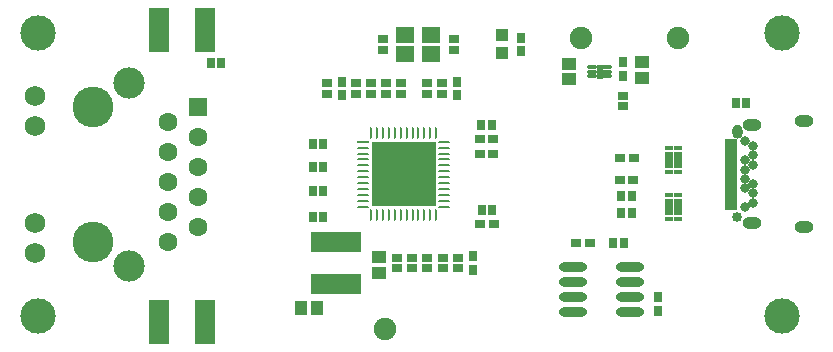
<source format=gts>
G04*
G04 #@! TF.GenerationSoftware,Altium Limited,Altium Designer Agile,26.0.0 (14)*
G04*
G04 Layer_Color=8388736*
%FSLAX25Y25*%
%MOIN*%
G70*
G04*
G04 #@! TF.SameCoordinates,7524BEC1-89ED-4D1E-BEAD-273B5B3E8E6B*
G04*
G04*
G04 #@! TF.FilePolarity,Negative*
G04*
G01*
G75*
%ADD27R,0.03975X0.00942*%
G04:AMPARAMS|DCode=28|XSize=39.75mil|YSize=9.42mil|CornerRadius=4.71mil|HoleSize=0mil|Usage=FLASHONLY|Rotation=0.000|XOffset=0mil|YOffset=0mil|HoleType=Round|Shape=RoundedRectangle|*
%AMROUNDEDRECTD28*
21,1,0.03975,0.00000,0,0,0.0*
21,1,0.03033,0.00942,0,0,0.0*
1,1,0.00942,0.01517,0.00000*
1,1,0.00942,-0.01517,0.00000*
1,1,0.00942,-0.01517,0.00000*
1,1,0.00942,0.01517,0.00000*
%
%ADD28ROUNDEDRECTD28*%
G04:AMPARAMS|DCode=29|XSize=9.42mil|YSize=39.75mil|CornerRadius=4.71mil|HoleSize=0mil|Usage=FLASHONLY|Rotation=0.000|XOffset=0mil|YOffset=0mil|HoleType=Round|Shape=RoundedRectangle|*
%AMROUNDEDRECTD29*
21,1,0.00942,0.03033,0,0,0.0*
21,1,0.00000,0.03975,0,0,0.0*
1,1,0.00942,0.00000,-0.01517*
1,1,0.00942,0.00000,-0.01517*
1,1,0.00942,0.00000,0.01517*
1,1,0.00942,0.00000,0.01517*
%
%ADD29ROUNDEDRECTD29*%
%ADD38R,0.03320X0.03162*%
%ADD39R,0.03162X0.03753*%
%ADD40O,0.09461X0.03162*%
%ADD41R,0.03753X0.03162*%
%ADD42C,0.07493*%
%ADD43R,0.04737X0.04343*%
%ADD44R,0.03162X0.03320*%
%ADD45R,0.07099X0.14580*%
%ADD46R,0.21260X0.21260*%
%ADD47R,0.04343X0.01981*%
%ADD48R,0.02769X0.01784*%
%ADD49R,0.02769X0.02572*%
%ADD50R,0.06312X0.05328*%
G04:AMPARAMS|DCode=51|XSize=33.59mil|YSize=15.87mil|CornerRadius=4.98mil|HoleSize=0mil|Usage=FLASHONLY|Rotation=0.000|XOffset=0mil|YOffset=0mil|HoleType=Round|Shape=RoundedRectangle|*
%AMROUNDEDRECTD51*
21,1,0.03359,0.00591,0,0,0.0*
21,1,0.02362,0.01587,0,0,0.0*
1,1,0.00997,0.01181,-0.00295*
1,1,0.00997,-0.01181,-0.00295*
1,1,0.00997,-0.01181,0.00295*
1,1,0.00997,0.01181,0.00295*
%
%ADD51ROUNDEDRECTD51*%
%ADD52R,0.01981X0.04501*%
%ADD53R,0.04343X0.04737*%
%ADD54R,0.16548X0.06706*%
%ADD55R,0.03950X0.03950*%
%ADD56C,0.11811*%
%ADD57C,0.03162*%
%ADD58O,0.06312X0.03950*%
%ADD59C,0.03359*%
%ADD60C,0.13595*%
%ADD61C,0.10426*%
%ADD62C,0.06304*%
%ADD63C,0.06824*%
%ADD64R,0.06304X0.06304*%
G36*
X243449Y73905D02*
X243453Y73992D01*
X243465Y74079D01*
X243480Y74165D01*
X243500Y74252D01*
X243528Y74335D01*
X243555Y74417D01*
X243590Y74500D01*
X243626Y74579D01*
X243669Y74654D01*
X243717Y74728D01*
X243764Y74803D01*
X243819Y74870D01*
X243874Y74937D01*
X243933Y75004D01*
X244000Y75063D01*
X244067Y75118D01*
X244134Y75173D01*
X244209Y75221D01*
X244280Y75268D01*
X244358Y75311D01*
X244437Y75346D01*
X244520Y75382D01*
X244602Y75410D01*
X244685Y75437D01*
X244772Y75457D01*
X244858Y75472D01*
X244945Y75484D01*
X245031Y75488D01*
X245118Y75492D01*
X245205Y75488D01*
X245291Y75484D01*
X245378Y75472D01*
X245465Y75457D01*
X245551Y75437D01*
X245634Y75410D01*
X245717Y75382D01*
X245799Y75346D01*
X245878Y75311D01*
X245953Y75268D01*
X246028Y75221D01*
X246102Y75173D01*
X246169Y75118D01*
X246236Y75063D01*
X246303Y75004D01*
X246362Y74937D01*
X246417Y74870D01*
X246472Y74803D01*
X246520Y74728D01*
X246567Y74654D01*
X246610Y74579D01*
X246646Y74500D01*
X246681Y74417D01*
X246709Y74335D01*
X246736Y74252D01*
X246756Y74165D01*
X246772Y74079D01*
X246783Y73992D01*
X246787Y73905D01*
X246791Y73819D01*
Y72638D01*
X246787Y72551D01*
X246783Y72465D01*
X246772Y72378D01*
X246756Y72291D01*
X246736Y72205D01*
X246709Y72122D01*
X246681Y72039D01*
X246646Y71957D01*
X246610Y71878D01*
X246567Y71799D01*
X246520Y71728D01*
X246472Y71654D01*
X246417Y71587D01*
X246362Y71520D01*
X246303Y71453D01*
X246236Y71394D01*
X246169Y71339D01*
X246102Y71284D01*
X246028Y71236D01*
X245953Y71189D01*
X245878Y71146D01*
X245799Y71110D01*
X245717Y71075D01*
X245634Y71047D01*
X245551Y71020D01*
X245465Y71000D01*
X245378Y70984D01*
X245291Y70973D01*
X245205Y70969D01*
X245118Y70965D01*
X245031Y70969D01*
X244945Y70973D01*
X244858Y70984D01*
X244772Y71000D01*
X244685Y71020D01*
X244602Y71047D01*
X244520Y71075D01*
X244437Y71110D01*
X244358Y71146D01*
X244280Y71189D01*
X244209Y71236D01*
X244134Y71284D01*
X244067Y71339D01*
X244000Y71394D01*
X243933Y71453D01*
X243874Y71520D01*
X243819Y71587D01*
X243764Y71654D01*
X243717Y71728D01*
X243669Y71799D01*
X243626Y71878D01*
X243590Y71957D01*
X243555Y72039D01*
X243528Y72122D01*
X243500Y72205D01*
X243480Y72291D01*
X243465Y72378D01*
X243453Y72465D01*
X243449Y72551D01*
X243445Y72638D01*
Y73819D01*
X243449Y73905D01*
D02*
G37*
D27*
X120271Y69882D02*
D03*
D28*
Y67913D02*
D03*
Y65945D02*
D03*
Y63976D02*
D03*
Y62008D02*
D03*
Y60039D02*
D03*
Y58071D02*
D03*
Y56102D02*
D03*
Y54134D02*
D03*
Y52165D02*
D03*
Y50197D02*
D03*
Y48228D02*
D03*
X147446D02*
D03*
Y50197D02*
D03*
Y52165D02*
D03*
Y54134D02*
D03*
Y56102D02*
D03*
Y58071D02*
D03*
Y60039D02*
D03*
Y62008D02*
D03*
Y63976D02*
D03*
Y65945D02*
D03*
Y67913D02*
D03*
Y69882D02*
D03*
D29*
X123031Y45467D02*
D03*
X125000D02*
D03*
X126969D02*
D03*
X128937D02*
D03*
X130905D02*
D03*
X132874D02*
D03*
X134843D02*
D03*
X136811D02*
D03*
X138779D02*
D03*
X140748D02*
D03*
X142717D02*
D03*
X144685D02*
D03*
Y72643D02*
D03*
X142717D02*
D03*
X140748D02*
D03*
X138779D02*
D03*
X136811D02*
D03*
X134843D02*
D03*
X132874D02*
D03*
X130905D02*
D03*
X128937D02*
D03*
X126969D02*
D03*
X125000D02*
D03*
X123031D02*
D03*
D38*
X131496Y27697D02*
D03*
Y31161D02*
D03*
X118110Y89331D02*
D03*
Y85866D02*
D03*
X127953Y89331D02*
D03*
Y85866D02*
D03*
X132874Y89331D02*
D03*
Y85866D02*
D03*
X123031Y89331D02*
D03*
Y85866D02*
D03*
X108268D02*
D03*
Y89331D02*
D03*
X150591Y104095D02*
D03*
Y100630D02*
D03*
X126969Y100630D02*
D03*
Y104095D02*
D03*
X151969Y31161D02*
D03*
Y27697D02*
D03*
X146850Y31161D02*
D03*
Y27697D02*
D03*
X136614Y31161D02*
D03*
Y27697D02*
D03*
X141732Y85866D02*
D03*
Y89331D02*
D03*
X207087Y85197D02*
D03*
Y81732D02*
D03*
X141732Y31161D02*
D03*
Y27697D02*
D03*
X146653Y85866D02*
D03*
Y89331D02*
D03*
D39*
X218504Y13484D02*
D03*
Y18012D02*
D03*
X113189Y89862D02*
D03*
Y85335D02*
D03*
X207087Y91831D02*
D03*
Y96358D02*
D03*
X172933Y100098D02*
D03*
Y104626D02*
D03*
X151575Y85335D02*
D03*
Y89862D02*
D03*
X156890Y27165D02*
D03*
Y31693D02*
D03*
D40*
X209252Y13169D02*
D03*
Y18169D02*
D03*
Y23169D02*
D03*
Y28169D02*
D03*
X190354Y13169D02*
D03*
Y18169D02*
D03*
Y23169D02*
D03*
Y28169D02*
D03*
D41*
X210490Y64370D02*
D03*
X205962D02*
D03*
X205921Y57284D02*
D03*
X210449D02*
D03*
X163681Y70866D02*
D03*
X159153D02*
D03*
X163878Y42421D02*
D03*
X159350D02*
D03*
X191437Y36220D02*
D03*
X195965D02*
D03*
X159153Y65945D02*
D03*
X163681D02*
D03*
D42*
X225197Y104331D02*
D03*
X192913D02*
D03*
X127756Y7382D02*
D03*
D43*
X188976Y90650D02*
D03*
Y95965D02*
D03*
X125591Y31496D02*
D03*
Y26181D02*
D03*
X213386Y96358D02*
D03*
Y91043D02*
D03*
D44*
X72992Y96063D02*
D03*
X69528D02*
D03*
X207244Y36220D02*
D03*
X203780D02*
D03*
X209917Y46126D02*
D03*
X206453D02*
D03*
Y51657D02*
D03*
X209917D02*
D03*
X107047Y61417D02*
D03*
X103583D02*
D03*
X107047Y69291D02*
D03*
X103583D02*
D03*
X159969Y47272D02*
D03*
X163434D02*
D03*
X247992Y82972D02*
D03*
X244528D02*
D03*
X107047Y44685D02*
D03*
X103583D02*
D03*
X159685Y75590D02*
D03*
X163150D02*
D03*
X107047Y53543D02*
D03*
X103583D02*
D03*
D45*
X52165Y107220D02*
D03*
X67520D02*
D03*
Y9899D02*
D03*
X52165D02*
D03*
D46*
X133858Y59055D02*
D03*
D47*
X242913Y67913D02*
D03*
Y65945D02*
D03*
Y52165D02*
D03*
Y50197D02*
D03*
Y54134D02*
D03*
Y63976D02*
D03*
Y58071D02*
D03*
Y60039D02*
D03*
Y56102D02*
D03*
Y48228D02*
D03*
Y69882D02*
D03*
Y62008D02*
D03*
D48*
X222146Y67716D02*
D03*
Y65748D02*
D03*
Y61811D02*
D03*
Y59842D02*
D03*
X225295D02*
D03*
Y61811D02*
D03*
Y65748D02*
D03*
Y67716D02*
D03*
X222146Y52165D02*
D03*
Y50197D02*
D03*
Y46260D02*
D03*
Y44291D02*
D03*
X225295D02*
D03*
Y46260D02*
D03*
Y50197D02*
D03*
Y52165D02*
D03*
D49*
X222146Y63779D02*
D03*
X225295D02*
D03*
X222146Y48228D02*
D03*
X225295D02*
D03*
D50*
X134449Y99213D02*
D03*
X143110Y105512D02*
D03*
X134449D02*
D03*
X143110Y99213D02*
D03*
D51*
X196752Y94882D02*
D03*
Y93307D02*
D03*
X201673Y91732D02*
D03*
Y94882D02*
D03*
X196752Y91732D02*
D03*
X201673Y93307D02*
D03*
D52*
X199213D02*
D03*
D53*
X104823Y14567D02*
D03*
X99508D02*
D03*
D54*
X111221Y22441D02*
D03*
Y36614D02*
D03*
D55*
X166634Y105315D02*
D03*
Y99409D02*
D03*
D56*
X259842Y106299D02*
D03*
Y11811D02*
D03*
X11811D02*
D03*
Y106299D02*
D03*
D57*
X250433Y49606D02*
D03*
Y52756D02*
D03*
Y65354D02*
D03*
Y68504D02*
D03*
X247677Y63779D02*
D03*
Y54331D02*
D03*
Y60630D02*
D03*
Y57480D02*
D03*
X250433Y62205D02*
D03*
X247677Y70079D02*
D03*
Y48031D02*
D03*
X250433Y55905D02*
D03*
D58*
X250000Y42795D02*
D03*
Y75315D02*
D03*
X267323Y41378D02*
D03*
Y76732D02*
D03*
D59*
X245118Y44882D02*
D03*
Y73228D02*
D03*
D60*
X30315Y36555D02*
D03*
Y81555D02*
D03*
D61*
X42323Y89547D02*
D03*
Y28563D02*
D03*
D62*
X55315Y36535D02*
D03*
X65315Y71575D02*
D03*
X55315Y76535D02*
D03*
X65315Y51575D02*
D03*
X55315Y66535D02*
D03*
Y56535D02*
D03*
X65315Y61575D02*
D03*
Y41575D02*
D03*
X55315Y46535D02*
D03*
D63*
X11024Y42972D02*
D03*
Y75138D02*
D03*
Y85138D02*
D03*
Y32972D02*
D03*
D64*
X65315Y81575D02*
D03*
M02*

</source>
